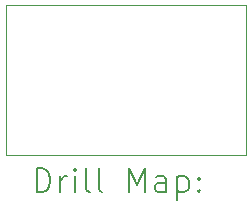
<source format=gbr>
%TF.GenerationSoftware,KiCad,Pcbnew,8.0.5*%
%TF.CreationDate,2025-10-26T06:58:06+01:00*%
%TF.ProjectId,sop8,736f7038-2e6b-4696-9361-645f70636258,rev?*%
%TF.SameCoordinates,Original*%
%TF.FileFunction,Drillmap*%
%TF.FilePolarity,Positive*%
%FSLAX45Y45*%
G04 Gerber Fmt 4.5, Leading zero omitted, Abs format (unit mm)*
G04 Created by KiCad (PCBNEW 8.0.5) date 2025-10-26 06:58:06*
%MOMM*%
%LPD*%
G01*
G04 APERTURE LIST*
%ADD10C,0.050000*%
%ADD11C,0.200000*%
G04 APERTURE END LIST*
D10*
X14224000Y-9144000D02*
X16256000Y-9144000D01*
X16256000Y-10414000D01*
X14224000Y-10414000D01*
X14224000Y-9144000D01*
D11*
X14482277Y-10727984D02*
X14482277Y-10527984D01*
X14482277Y-10527984D02*
X14529896Y-10527984D01*
X14529896Y-10527984D02*
X14558467Y-10537508D01*
X14558467Y-10537508D02*
X14577515Y-10556555D01*
X14577515Y-10556555D02*
X14587039Y-10575603D01*
X14587039Y-10575603D02*
X14596562Y-10613698D01*
X14596562Y-10613698D02*
X14596562Y-10642270D01*
X14596562Y-10642270D02*
X14587039Y-10680365D01*
X14587039Y-10680365D02*
X14577515Y-10699412D01*
X14577515Y-10699412D02*
X14558467Y-10718460D01*
X14558467Y-10718460D02*
X14529896Y-10727984D01*
X14529896Y-10727984D02*
X14482277Y-10727984D01*
X14682277Y-10727984D02*
X14682277Y-10594650D01*
X14682277Y-10632746D02*
X14691801Y-10613698D01*
X14691801Y-10613698D02*
X14701324Y-10604174D01*
X14701324Y-10604174D02*
X14720372Y-10594650D01*
X14720372Y-10594650D02*
X14739420Y-10594650D01*
X14806086Y-10727984D02*
X14806086Y-10594650D01*
X14806086Y-10527984D02*
X14796562Y-10537508D01*
X14796562Y-10537508D02*
X14806086Y-10547031D01*
X14806086Y-10547031D02*
X14815610Y-10537508D01*
X14815610Y-10537508D02*
X14806086Y-10527984D01*
X14806086Y-10527984D02*
X14806086Y-10547031D01*
X14929896Y-10727984D02*
X14910848Y-10718460D01*
X14910848Y-10718460D02*
X14901324Y-10699412D01*
X14901324Y-10699412D02*
X14901324Y-10527984D01*
X15034658Y-10727984D02*
X15015610Y-10718460D01*
X15015610Y-10718460D02*
X15006086Y-10699412D01*
X15006086Y-10699412D02*
X15006086Y-10527984D01*
X15263229Y-10727984D02*
X15263229Y-10527984D01*
X15263229Y-10527984D02*
X15329896Y-10670841D01*
X15329896Y-10670841D02*
X15396562Y-10527984D01*
X15396562Y-10527984D02*
X15396562Y-10727984D01*
X15577515Y-10727984D02*
X15577515Y-10623222D01*
X15577515Y-10623222D02*
X15567991Y-10604174D01*
X15567991Y-10604174D02*
X15548943Y-10594650D01*
X15548943Y-10594650D02*
X15510848Y-10594650D01*
X15510848Y-10594650D02*
X15491801Y-10604174D01*
X15577515Y-10718460D02*
X15558467Y-10727984D01*
X15558467Y-10727984D02*
X15510848Y-10727984D01*
X15510848Y-10727984D02*
X15491801Y-10718460D01*
X15491801Y-10718460D02*
X15482277Y-10699412D01*
X15482277Y-10699412D02*
X15482277Y-10680365D01*
X15482277Y-10680365D02*
X15491801Y-10661317D01*
X15491801Y-10661317D02*
X15510848Y-10651793D01*
X15510848Y-10651793D02*
X15558467Y-10651793D01*
X15558467Y-10651793D02*
X15577515Y-10642270D01*
X15672753Y-10594650D02*
X15672753Y-10794650D01*
X15672753Y-10604174D02*
X15691801Y-10594650D01*
X15691801Y-10594650D02*
X15729896Y-10594650D01*
X15729896Y-10594650D02*
X15748943Y-10604174D01*
X15748943Y-10604174D02*
X15758467Y-10613698D01*
X15758467Y-10613698D02*
X15767991Y-10632746D01*
X15767991Y-10632746D02*
X15767991Y-10689889D01*
X15767991Y-10689889D02*
X15758467Y-10708936D01*
X15758467Y-10708936D02*
X15748943Y-10718460D01*
X15748943Y-10718460D02*
X15729896Y-10727984D01*
X15729896Y-10727984D02*
X15691801Y-10727984D01*
X15691801Y-10727984D02*
X15672753Y-10718460D01*
X15853705Y-10708936D02*
X15863229Y-10718460D01*
X15863229Y-10718460D02*
X15853705Y-10727984D01*
X15853705Y-10727984D02*
X15844182Y-10718460D01*
X15844182Y-10718460D02*
X15853705Y-10708936D01*
X15853705Y-10708936D02*
X15853705Y-10727984D01*
X15853705Y-10604174D02*
X15863229Y-10613698D01*
X15863229Y-10613698D02*
X15853705Y-10623222D01*
X15853705Y-10623222D02*
X15844182Y-10613698D01*
X15844182Y-10613698D02*
X15853705Y-10604174D01*
X15853705Y-10604174D02*
X15853705Y-10623222D01*
M02*

</source>
